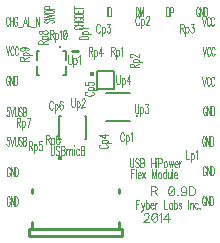
<source format=gto>
G04 DipTrace 2.4.0.2*
%INUSBHiPower.gto*%
%MOIN*%
%ADD10C,0.0098*%
%ADD13C,0.006*%
%ADD30O,0.0114X0.012*%
%ADD34O,0.0102X0.0108*%
%ADD41C,0.0125*%
%ADD47O,0.0144X0.0163*%
%ADD49C,0.0157*%
%ADD77C,0.0046*%
%ADD78C,0.0033*%
%FSLAX44Y44*%
G04*
G70*
G90*
G75*
G01*
%LNTopSilk*%
%LPD*%
X6217Y9768D2*
D10*
X6413D1*
X5036Y9284D2*
D13*
Y8989D1*
Y9481D2*
Y9776D1*
X6020Y9481D2*
Y9776D1*
Y8989D2*
Y9284D1*
D30*
X5823Y9925D3*
X5036Y8989D2*
D13*
X5134D1*
X5922D2*
X6020D1*
Y9776D2*
X5922D1*
X5036D2*
X5134D1*
X5850Y6847D2*
X5791D1*
Y7634D1*
X5850D1*
X6696D2*
X6637D1*
X6696D2*
Y6847D1*
X6637D1*
D34*
X6560Y7874D3*
X7354Y7465D2*
D13*
X8141D1*
X7354Y8371D2*
X8141D1*
D41*
X8372Y7606D3*
X7607Y9130D2*
D13*
X7054D1*
Y8526D1*
X7607D1*
Y9130D1*
D47*
X6889Y9026D3*
X4786Y3863D2*
D10*
X7881D1*
X7790Y5056D2*
Y5170D1*
X4877Y5056D2*
Y5170D1*
Y3863D2*
Y4088D1*
X7790Y3863D2*
Y4088D1*
D49*
X5822Y6225D3*
X4786Y3627D2*
D10*
X7881D1*
X4786Y3863D2*
Y3627D1*
X7881Y3863D2*
Y3627D1*
X7954Y7000D2*
D77*
X7945Y7028D1*
X7928Y7057D1*
X7911Y7071D1*
X7876D1*
X7859Y7057D1*
X7842Y7028D1*
X7833Y7000D1*
X7825Y6957D1*
Y6885D1*
X7833Y6842D1*
X7842Y6813D1*
X7859Y6785D1*
X7876Y6770D1*
X7911D1*
X7928Y6785D1*
X7945Y6813D1*
X7954Y6842D1*
X8009Y6971D2*
Y6669D1*
Y6928D2*
X8027Y6956D1*
X8044Y6971D1*
X8070D1*
X8087Y6956D1*
X8104Y6928D1*
X8113Y6885D1*
Y6856D1*
X8104Y6813D1*
X8087Y6784D1*
X8070Y6770D1*
X8044D1*
X8027Y6784D1*
X8009Y6813D1*
X8168Y7014D2*
X8186Y7028D1*
X8211Y7071D1*
Y6770D1*
X8461Y10882D2*
X8452Y10910D1*
X8435Y10939D1*
X8418Y10953D1*
X8383D1*
X8366Y10939D1*
X8349Y10910D1*
X8340Y10882D1*
X8331Y10839D1*
Y10767D1*
X8340Y10724D1*
X8349Y10695D1*
X8366Y10667D1*
X8383Y10652D1*
X8418D1*
X8435Y10667D1*
X8452Y10695D1*
X8461Y10724D1*
X8516Y10853D2*
Y10551D1*
Y10810D2*
X8533Y10838D1*
X8551Y10853D1*
X8576D1*
X8594Y10838D1*
X8611Y10810D1*
X8620Y10767D1*
Y10738D1*
X8611Y10695D1*
X8594Y10666D1*
X8576Y10652D1*
X8551D1*
X8533Y10666D1*
X8516Y10695D1*
X8684Y10881D2*
Y10896D1*
X8693Y10925D1*
X8701Y10939D1*
X8718Y10953D1*
X8753D1*
X8770Y10939D1*
X8778Y10925D1*
X8787Y10896D1*
Y10867D1*
X8778Y10838D1*
X8761Y10796D1*
X8675Y10652D1*
X8796D1*
X7154Y10620D2*
X7145Y10649D1*
X7128Y10678D1*
X7111Y10692D1*
X7076D1*
X7059Y10678D1*
X7042Y10649D1*
X7033Y10620D1*
X7025Y10577D1*
Y10505D1*
X7033Y10463D1*
X7042Y10434D1*
X7059Y10405D1*
X7076Y10391D1*
X7111D1*
X7128Y10405D1*
X7145Y10434D1*
X7154Y10463D1*
X7209Y10592D2*
Y10290D1*
Y10548D2*
X7227Y10577D1*
X7244Y10592D1*
X7270D1*
X7287Y10577D1*
X7304Y10548D1*
X7313Y10505D1*
Y10477D1*
X7304Y10434D1*
X7287Y10405D1*
X7270Y10391D1*
X7244D1*
X7227Y10405D1*
X7209Y10434D1*
X7386Y10692D2*
X7480D1*
X7429Y10577D1*
X7454D1*
X7472Y10563D1*
X7480Y10548D1*
X7489Y10505D1*
Y10477D1*
X7480Y10434D1*
X7463Y10405D1*
X7437Y10391D1*
X7411D1*
X7386Y10405D1*
X7377Y10419D1*
X7368Y10448D1*
X7181Y6673D2*
X7152Y6665D1*
X7123Y6647D1*
X7109Y6630D1*
Y6596D1*
X7123Y6579D1*
X7152Y6561D1*
X7181Y6553D1*
X7224Y6544D1*
X7296D1*
X7339Y6553D1*
X7368Y6561D1*
X7396Y6579D1*
X7411Y6596D1*
Y6630D1*
X7396Y6647D1*
X7368Y6665D1*
X7339Y6673D1*
X7210Y6729D2*
X7511D1*
X7253D2*
X7224Y6746D1*
X7210Y6763D1*
Y6789D1*
X7224Y6806D1*
X7253Y6824D1*
X7296Y6832D1*
X7325D1*
X7368Y6824D1*
X7396Y6806D1*
X7411Y6789D1*
Y6763D1*
X7396Y6746D1*
X7368Y6729D1*
X7411Y6974D2*
X7110D1*
X7310Y6888D1*
Y7017D1*
X6717Y8429D2*
X6689Y8420D1*
X6660Y8403D1*
X6645Y8386D1*
Y8351D1*
X6660Y8334D1*
X6689Y8317D1*
X6717Y8308D1*
X6760Y8300D1*
X6832D1*
X6875Y8308D1*
X6904Y8317D1*
X6932Y8334D1*
X6947Y8351D1*
Y8386D1*
X6932Y8403D1*
X6904Y8420D1*
X6875Y8429D1*
X6746Y8484D2*
X7047D1*
X6789D2*
X6761Y8502D1*
X6746Y8519D1*
Y8545D1*
X6761Y8562D1*
X6789Y8579D1*
X6832Y8588D1*
X6861D1*
X6904Y8579D1*
X6933Y8562D1*
X6947Y8545D1*
Y8519D1*
X6933Y8502D1*
X6904Y8484D1*
X6646Y8747D2*
Y8661D1*
X6775Y8652D1*
X6761Y8661D1*
X6746Y8687D1*
Y8712D1*
X6761Y8738D1*
X6789Y8755D1*
X6832Y8764D1*
X6861D1*
X6904Y8755D1*
X6933Y8738D1*
X6947Y8712D1*
Y8687D1*
X6933Y8661D1*
X6918Y8652D1*
X6890Y8643D1*
X5583Y8055D2*
X5574Y8084D1*
X5557Y8113D1*
X5540Y8127D1*
X5506D1*
X5488Y8113D1*
X5471Y8084D1*
X5462Y8055D1*
X5454Y8012D1*
Y7940D1*
X5462Y7897D1*
X5471Y7869D1*
X5488Y7840D1*
X5506Y7825D1*
X5540D1*
X5557Y7840D1*
X5574Y7869D1*
X5583Y7897D1*
X5638Y8026D2*
Y7725D1*
Y7983D2*
X5656Y8012D1*
X5673Y8026D1*
X5699D1*
X5716Y8012D1*
X5733Y7983D1*
X5742Y7940D1*
Y7911D1*
X5733Y7869D1*
X5716Y7840D1*
X5699Y7825D1*
X5673D1*
X5656Y7840D1*
X5638Y7869D1*
X5901Y8084D2*
X5892Y8112D1*
X5866Y8127D1*
X5849D1*
X5823Y8112D1*
X5806Y8069D1*
X5798Y7998D1*
Y7926D1*
X5806Y7869D1*
X5823Y7840D1*
X5849Y7825D1*
X5858D1*
X5884Y7840D1*
X5901Y7869D1*
X5909Y7912D1*
Y7926D1*
X5901Y7969D1*
X5884Y7998D1*
X5858Y8012D1*
X5849D1*
X5823Y7998D1*
X5806Y7969D1*
X5798Y7926D1*
X6460Y10179D2*
X6762D1*
Y10240D1*
X6747Y10265D1*
X6719Y10283D1*
X6690Y10291D1*
X6647Y10300D1*
X6575D1*
X6532Y10291D1*
X6504Y10283D1*
X6475Y10265D1*
X6460Y10240D1*
Y10179D1*
X6561Y10355D2*
X6862D1*
X6604D2*
X6575Y10373D1*
X6561Y10390D1*
Y10416D1*
X6575Y10433D1*
X6604Y10450D1*
X6647Y10459D1*
X6676D1*
X6719Y10450D1*
X6748Y10433D1*
X6762Y10416D1*
Y10390D1*
X6748Y10373D1*
X6719Y10355D1*
X6518Y10514D2*
X6504Y10532D1*
X6461Y10558D1*
X6762D1*
X10030Y6472D2*
Y6171D1*
X10133D1*
X10188Y6372D2*
Y6070D1*
Y6329D2*
X10206Y6357D1*
X10223Y6372D1*
X10249D1*
X10266Y6357D1*
X10283Y6329D1*
X10292Y6285D1*
Y6257D1*
X10283Y6214D1*
X10266Y6185D1*
X10249Y6171D1*
X10223D1*
X10206Y6185D1*
X10188Y6214D1*
X10347Y6414D2*
X10365Y6429D1*
X10391Y6472D1*
Y6171D1*
X7519Y9788D2*
X7597D1*
X7623Y9802D1*
X7631Y9816D1*
X7640Y9845D1*
Y9874D1*
X7631Y9902D1*
X7623Y9917D1*
X7597Y9931D1*
X7519D1*
Y9630D1*
X7580Y9788D2*
X7640Y9630D1*
X7695Y9831D2*
Y9529D1*
Y9788D2*
X7713Y9816D1*
X7730Y9831D1*
X7756D1*
X7773Y9816D1*
X7790Y9788D1*
X7799Y9745D1*
Y9716D1*
X7790Y9673D1*
X7773Y9644D1*
X7756Y9630D1*
X7730D1*
X7713Y9644D1*
X7695Y9673D1*
X7854Y9874D2*
X7872Y9888D1*
X7898Y9931D1*
Y9630D1*
X8282Y9238D2*
Y9316D1*
X8267Y9341D1*
X8253Y9350D1*
X8224Y9359D1*
X8196D1*
X8167Y9350D1*
X8153Y9341D1*
X8138Y9316D1*
Y9238D1*
X8440D1*
X8282Y9298D2*
X8440Y9359D1*
X8239Y9414D2*
X8540D1*
X8282D2*
X8253Y9432D1*
X8239Y9449D1*
Y9475D1*
X8253Y9492D1*
X8282Y9509D1*
X8325Y9518D1*
X8354D1*
X8397Y9509D1*
X8425Y9492D1*
X8440Y9475D1*
Y9449D1*
X8425Y9432D1*
X8397Y9414D1*
X8210Y9582D2*
X8196D1*
X8167Y9591D1*
X8153Y9599D1*
X8139Y9617D1*
Y9651D1*
X8153Y9668D1*
X8167Y9677D1*
X8196Y9685D1*
X8224D1*
X8253Y9677D1*
X8296Y9660D1*
X8440Y9573D1*
Y9694D1*
X9824Y10553D2*
X9902D1*
X9927Y10567D1*
X9936Y10582D1*
X9945Y10610D1*
Y10639D1*
X9936Y10667D1*
X9927Y10682D1*
X9902Y10696D1*
X9824D1*
Y10395D1*
X9885Y10553D2*
X9945Y10395D1*
X10000Y10596D2*
Y10294D1*
Y10553D2*
X10018Y10581D1*
X10035Y10596D1*
X10061D1*
X10078Y10581D1*
X10095Y10553D1*
X10104Y10510D1*
Y10481D1*
X10095Y10438D1*
X10078Y10409D1*
X10061Y10395D1*
X10035D1*
X10018Y10409D1*
X10000Y10438D1*
X10177Y10696D2*
X10271D1*
X10220Y10581D1*
X10246D1*
X10263Y10567D1*
X10271Y10553D1*
X10280Y10510D1*
Y10481D1*
X10271Y10438D1*
X10254Y10409D1*
X10228Y10395D1*
X10202D1*
X10177Y10409D1*
X10168Y10424D1*
X10159Y10452D1*
X6774Y9775D2*
X6852D1*
X6878Y9789D1*
X6886Y9804D1*
X6895Y9832D1*
Y9861D1*
X6886Y9889D1*
X6878Y9904D1*
X6852Y9918D1*
X6774D1*
Y9617D1*
X6835Y9775D2*
X6895Y9617D1*
X6951Y9818D2*
Y9516D1*
Y9775D2*
X6968Y9803D1*
X6985Y9818D1*
X7011D1*
X7028Y9803D1*
X7045Y9775D1*
X7054Y9732D1*
Y9703D1*
X7045Y9660D1*
X7028Y9631D1*
X7011Y9617D1*
X6985D1*
X6968Y9631D1*
X6951Y9660D1*
X7196Y9617D2*
Y9918D1*
X7110Y9717D1*
X7239D1*
X4778Y6633D2*
X4855D1*
X4881Y6648D1*
X4890Y6662D1*
X4898Y6690D1*
Y6719D1*
X4890Y6748D1*
X4881Y6762D1*
X4855Y6777D1*
X4778D1*
Y6475D1*
X4838Y6633D2*
X4898Y6475D1*
X4954Y6676D2*
Y6375D1*
Y6633D2*
X4971Y6661D1*
X4988Y6676D1*
X5014D1*
X5032Y6661D1*
X5049Y6633D1*
X5057Y6590D1*
Y6561D1*
X5049Y6518D1*
X5032Y6489D1*
X5014Y6475D1*
X4988D1*
X4971Y6489D1*
X4954Y6518D1*
X5216Y6776D2*
X5130D1*
X5122Y6647D1*
X5130Y6661D1*
X5156Y6676D1*
X5182D1*
X5208Y6661D1*
X5225Y6633D1*
X5234Y6590D1*
Y6561D1*
X5225Y6518D1*
X5208Y6489D1*
X5182Y6475D1*
X5156D1*
X5130Y6489D1*
X5122Y6504D1*
X5113Y6532D1*
X5355Y6841D2*
X5432D1*
X5458Y6855D1*
X5467Y6870D1*
X5475Y6898D1*
Y6927D1*
X5467Y6955D1*
X5458Y6970D1*
X5432Y6984D1*
X5355D1*
Y6683D1*
X5415Y6841D2*
X5475Y6683D1*
X5531Y6884D2*
Y6582D1*
Y6841D2*
X5548Y6869D1*
X5565Y6884D1*
X5591D1*
X5609Y6869D1*
X5626Y6841D1*
X5634Y6798D1*
Y6769D1*
X5626Y6726D1*
X5609Y6697D1*
X5591Y6683D1*
X5565D1*
X5548Y6697D1*
X5531Y6726D1*
X5793Y6941D2*
X5785Y6970D1*
X5759Y6984D1*
X5742D1*
X5716Y6970D1*
X5699Y6927D1*
X5690Y6855D1*
Y6783D1*
X5699Y6726D1*
X5716Y6697D1*
X5742Y6683D1*
X5750D1*
X5776Y6697D1*
X5793Y6726D1*
X5802Y6769D1*
Y6783D1*
X5793Y6826D1*
X5776Y6855D1*
X5750Y6869D1*
X5742D1*
X5716Y6855D1*
X5699Y6826D1*
X5690Y6783D1*
X4373Y7419D2*
X4451D1*
X4476Y7433D1*
X4485Y7447D1*
X4494Y7476D1*
Y7505D1*
X4485Y7533D1*
X4476Y7548D1*
X4451Y7562D1*
X4373D1*
Y7261D1*
X4433Y7419D2*
X4494Y7261D1*
X4549Y7462D2*
Y7160D1*
Y7419D2*
X4567Y7447D1*
X4584Y7462D1*
X4610D1*
X4627Y7447D1*
X4644Y7419D1*
X4653Y7375D1*
Y7347D1*
X4644Y7304D1*
X4627Y7275D1*
X4610Y7261D1*
X4584D1*
X4567Y7275D1*
X4549Y7304D1*
X4743Y7261D2*
X4829Y7562D1*
X4708D1*
X5244Y10017D2*
Y10095D1*
X5229Y10120D1*
X5215Y10129D1*
X5187Y10138D1*
X5158D1*
X5129Y10129D1*
X5115Y10120D1*
X5100Y10095D1*
Y10017D1*
X5402D1*
X5244Y10078D2*
X5402Y10138D1*
X5201Y10193D2*
X5502D1*
X5244D2*
X5215Y10211D1*
X5201Y10228D1*
Y10254D1*
X5215Y10271D1*
X5244Y10288D1*
X5287Y10297D1*
X5316D1*
X5359Y10288D1*
X5388Y10271D1*
X5402Y10254D1*
Y10228D1*
X5388Y10211D1*
X5359Y10193D1*
X5101Y10395D2*
X5115Y10370D1*
X5143Y10361D1*
X5172D1*
X5201Y10370D1*
X5215Y10387D1*
X5230Y10421D1*
X5244Y10447D1*
X5273Y10464D1*
X5301Y10473D1*
X5344D1*
X5373Y10464D1*
X5388Y10456D1*
X5402Y10430D1*
Y10395D1*
X5388Y10370D1*
X5373Y10361D1*
X5344Y10352D1*
X5301D1*
X5273Y10361D1*
X5244Y10378D1*
X5230Y10404D1*
X5215Y10438D1*
X5201Y10456D1*
X5172Y10464D1*
X5143D1*
X5115Y10456D1*
X5101Y10430D1*
Y10395D1*
X4612Y9461D2*
Y9538D1*
X4597Y9564D1*
X4583Y9573D1*
X4554Y9581D1*
X4525D1*
X4497Y9573D1*
X4482Y9564D1*
X4468Y9538D1*
Y9461D1*
X4770D1*
X4612Y9521D2*
X4770Y9581D1*
X4569Y9637D2*
X4870D1*
X4612D2*
X4583Y9654D1*
X4569Y9671D1*
Y9697D1*
X4583Y9714D1*
X4612Y9731D1*
X4655Y9740D1*
X4684D1*
X4726Y9731D1*
X4755Y9714D1*
X4770Y9697D1*
Y9671D1*
X4755Y9654D1*
X4726Y9637D1*
X4569Y9908D2*
X4612Y9899D1*
X4641Y9882D1*
X4655Y9856D1*
Y9848D1*
X4641Y9822D1*
X4612Y9805D1*
X4569Y9796D1*
X4554D1*
X4511Y9805D1*
X4483Y9822D1*
X4468Y9848D1*
Y9856D1*
X4483Y9882D1*
X4511Y9899D1*
X4569Y9908D1*
X4641D1*
X4712Y9899D1*
X4755Y9882D1*
X4770Y9856D1*
Y9839D1*
X4755Y9813D1*
X4726Y9805D1*
X5480Y10341D2*
X5558D1*
X5584Y10356D1*
X5592Y10370D1*
X5601Y10398D1*
Y10427D1*
X5592Y10456D1*
X5584Y10470D1*
X5558Y10485D1*
X5480D1*
Y10183D1*
X5541Y10341D2*
X5601Y10183D1*
X5656Y10384D2*
Y10083D1*
Y10341D2*
X5674Y10369D1*
X5691Y10384D1*
X5717D1*
X5734Y10369D1*
X5751Y10341D1*
X5760Y10298D1*
Y10269D1*
X5751Y10226D1*
X5734Y10197D1*
X5717Y10183D1*
X5691D1*
X5674Y10197D1*
X5656Y10226D1*
X5816Y10427D2*
X5833Y10441D1*
X5859Y10484D1*
Y10183D1*
X5966Y10484D2*
X5940Y10470D1*
X5923Y10427D1*
X5914Y10355D1*
Y10312D1*
X5923Y10240D1*
X5940Y10197D1*
X5966Y10183D1*
X5983D1*
X6009Y10197D1*
X6026Y10240D1*
X6035Y10312D1*
Y10355D1*
X6026Y10427D1*
X6009Y10470D1*
X5983Y10484D1*
X5966D1*
X6026Y10427D2*
X5923Y10240D1*
X6090Y9650D2*
Y9435D1*
X6099Y9392D1*
X6116Y9363D1*
X6142Y9348D1*
X6159D1*
X6185Y9363D1*
X6202Y9392D1*
X6211Y9435D1*
Y9650D1*
X6266Y9549D2*
Y9248D1*
Y9506D2*
X6284Y9535D1*
X6301Y9549D1*
X6327D1*
X6344Y9535D1*
X6361Y9506D1*
X6370Y9463D1*
Y9434D1*
X6361Y9392D1*
X6344Y9363D1*
X6327Y9348D1*
X6301D1*
X6284Y9363D1*
X6266Y9392D1*
X6425Y9592D2*
X6443Y9607D1*
X6469Y9650D1*
Y9348D1*
X6192Y8211D2*
Y7995D1*
X6201Y7952D1*
X6218Y7924D1*
X6244Y7909D1*
X6261D1*
X6287Y7924D1*
X6305Y7952D1*
X6313Y7995D1*
Y8211D1*
X6369Y8110D2*
Y7809D1*
Y8067D2*
X6386Y8095D1*
X6403Y8110D1*
X6429D1*
X6446Y8095D1*
X6463Y8067D1*
X6472Y8024D1*
Y7995D1*
X6463Y7952D1*
X6446Y7923D1*
X6429Y7909D1*
X6403D1*
X6386Y7923D1*
X6369Y7952D1*
X6536Y8139D2*
Y8153D1*
X6545Y8182D1*
X6554Y8196D1*
X6571Y8210D1*
X6605D1*
X6622Y8196D1*
X6631Y8182D1*
X6640Y8153D1*
Y8124D1*
X6631Y8095D1*
X6614Y8053D1*
X6528Y7909D1*
X6648D1*
X8310Y8020D2*
Y7805D1*
X8319Y7761D1*
X8336Y7733D1*
X8362Y7718D1*
X8379D1*
X8405Y7733D1*
X8422Y7761D1*
X8431Y7805D1*
Y8020D1*
X8486Y7919D2*
Y7618D1*
Y7876D2*
X8504Y7905D1*
X8521Y7919D1*
X8547D1*
X8564Y7905D1*
X8581Y7876D1*
X8590Y7833D1*
Y7804D1*
X8581Y7761D1*
X8564Y7733D1*
X8547Y7718D1*
X8521D1*
X8504Y7733D1*
X8486Y7761D1*
X8663Y8019D2*
X8757D1*
X8706Y7905D1*
X8731D1*
X8749Y7890D1*
X8757Y7876D1*
X8766Y7833D1*
Y7805D1*
X8757Y7761D1*
X8740Y7733D1*
X8714Y7718D1*
X8688D1*
X8663Y7733D1*
X8654Y7747D1*
X8645Y7776D1*
X7700Y8977D2*
Y8762D1*
X7708Y8719D1*
X7725Y8690D1*
X7751Y8675D1*
X7768D1*
X7794Y8690D1*
X7812Y8719D1*
X7820Y8762D1*
Y8977D1*
X7876Y8876D2*
Y8575D1*
Y8833D2*
X7893Y8862D1*
X7910Y8876D1*
X7936D1*
X7953Y8862D1*
X7970Y8833D1*
X7979Y8790D1*
Y8761D1*
X7970Y8719D1*
X7953Y8690D1*
X7936Y8675D1*
X7910D1*
X7893Y8690D1*
X7876Y8719D1*
X8121Y8675D2*
Y8977D1*
X8035Y8776D1*
X8164D1*
X5503Y6621D2*
Y6406D1*
X5512Y6363D1*
X5529Y6334D1*
X5555Y6320D1*
X5572D1*
X5598Y6334D1*
X5615Y6363D1*
X5624Y6406D1*
Y6621D1*
X5800Y6578D2*
X5783Y6607D1*
X5757Y6621D1*
X5722D1*
X5697Y6607D1*
X5679Y6578D1*
Y6550D1*
X5688Y6521D1*
X5697Y6506D1*
X5714Y6492D1*
X5765Y6463D1*
X5783Y6449D1*
X5791Y6434D1*
X5800Y6406D1*
Y6363D1*
X5783Y6334D1*
X5757Y6320D1*
X5722D1*
X5697Y6334D1*
X5679Y6363D1*
X5855Y6621D2*
Y6320D1*
X5933D1*
X5959Y6334D1*
X5967Y6349D1*
X5976Y6377D1*
Y6420D1*
X5967Y6449D1*
X5959Y6463D1*
X5933Y6478D1*
X5959Y6492D1*
X5967Y6506D1*
X5976Y6535D1*
Y6564D1*
X5967Y6592D1*
X5959Y6607D1*
X5933Y6621D1*
X5855D1*
Y6478D2*
X5933D1*
X6032Y6521D2*
Y6320D1*
Y6463D2*
X6057Y6506D1*
X6075Y6521D1*
X6100D1*
X6118Y6506D1*
X6126Y6463D1*
Y6320D1*
Y6463D2*
X6152Y6506D1*
X6169Y6521D1*
X6195D1*
X6212Y6506D1*
X6221Y6463D1*
Y6320D1*
X6277Y6621D2*
X6285Y6607D1*
X6294Y6621D1*
X6285Y6636D1*
X6277Y6621D1*
X6285Y6521D2*
Y6320D1*
X6453Y6478D2*
X6436Y6506D1*
X6419Y6521D1*
X6393D1*
X6376Y6506D1*
X6358Y6478D1*
X6350Y6434D1*
Y6406D1*
X6358Y6363D1*
X6376Y6334D1*
X6393Y6320D1*
X6419D1*
X6436Y6334D1*
X6453Y6363D1*
X6509Y6621D2*
Y6320D1*
X6586D1*
X6612Y6334D1*
X6621Y6349D1*
X6629Y6377D1*
Y6420D1*
X6621Y6449D1*
X6612Y6463D1*
X6586Y6478D1*
X6612Y6492D1*
X6621Y6506D1*
X6629Y6535D1*
Y6564D1*
X6621Y6592D1*
X6612Y6607D1*
X6586Y6621D1*
X6509D1*
Y6478D2*
X6586D1*
X10664Y6864D2*
D78*
X10657Y6892D1*
X10643Y6921D1*
X10629Y6935D1*
X10600D1*
X10585Y6921D1*
X10571Y6892D1*
X10564Y6864D1*
X10557Y6820D1*
Y6748D1*
X10564Y6706D1*
X10571Y6677D1*
X10585Y6648D1*
X10600Y6634D1*
X10629D1*
X10643Y6648D1*
X10657Y6677D1*
X10664Y6706D1*
Y6748D1*
X10629D1*
X10798Y6935D2*
Y6634D1*
X10697Y6935D1*
Y6634D1*
X10830Y6935D2*
Y6634D1*
X10881D1*
X10902Y6648D1*
X10917Y6677D1*
X10924Y6706D1*
X10931Y6748D1*
Y6820D1*
X10924Y6864D1*
X10917Y6892D1*
X10902Y6921D1*
X10881Y6935D1*
X10830D1*
X10462Y11176D2*
X10454Y11204D1*
X10440Y11233D1*
X10426Y11247D1*
X10397D1*
X10383Y11233D1*
X10368Y11204D1*
X10361Y11176D1*
X10354Y11133D1*
Y11061D1*
X10361Y11018D1*
X10368Y10989D1*
X10383Y10961D1*
X10397Y10946D1*
X10426D1*
X10440Y10961D1*
X10454Y10989D1*
X10462Y11018D1*
Y11061D1*
X10426D1*
X10595Y11247D2*
Y10946D1*
X10494Y11247D1*
Y10946D1*
X10628Y11247D2*
Y10946D1*
X10678D1*
X10699Y10961D1*
X10714Y10989D1*
X10721Y11018D1*
X10728Y11061D1*
Y11133D1*
X10721Y11176D1*
X10714Y11204D1*
X10699Y11233D1*
X10678Y11247D1*
X10628D1*
X4115Y7909D2*
X4043D1*
X4036Y7780D1*
X4043Y7794D1*
X4065Y7808D1*
X4086D1*
X4108Y7794D1*
X4122Y7765D1*
X4129Y7722D1*
Y7694D1*
X4122Y7651D1*
X4108Y7622D1*
X4086Y7607D1*
X4065D1*
X4043Y7622D1*
X4036Y7636D1*
X4029Y7665D1*
X4162Y7909D2*
X4220Y7607D1*
X4277Y7909D1*
X4310D2*
Y7694D1*
X4317Y7651D1*
X4331Y7622D1*
X4353Y7607D1*
X4367D1*
X4389Y7622D1*
X4403Y7651D1*
X4410Y7694D1*
Y7909D1*
X4543Y7866D2*
X4529Y7895D1*
X4508Y7909D1*
X4479D1*
X4457Y7895D1*
X4443Y7866D1*
Y7837D1*
X4450Y7808D1*
X4457Y7794D1*
X4472Y7780D1*
X4515Y7751D1*
X4529Y7737D1*
X4536Y7722D1*
X4543Y7694D1*
Y7651D1*
X4529Y7622D1*
X4508Y7607D1*
X4479D1*
X4457Y7622D1*
X4443Y7651D1*
X4576Y7909D2*
Y7607D1*
X4641D1*
X4663Y7622D1*
X4670Y7636D1*
X4677Y7665D1*
Y7708D1*
X4670Y7737D1*
X4663Y7751D1*
X4641Y7765D1*
X4663Y7780D1*
X4670Y7794D1*
X4677Y7823D1*
Y7851D1*
X4670Y7880D1*
X4663Y7895D1*
X4641Y7909D1*
X4576D1*
Y7765D2*
X4641D1*
X4144Y5843D2*
X4137Y5871D1*
X4123Y5900D1*
X4108Y5914D1*
X4080D1*
X4065Y5900D1*
X4051Y5871D1*
X4044Y5843D1*
X4037Y5800D1*
Y5728D1*
X4044Y5685D1*
X4051Y5656D1*
X4065Y5628D1*
X4080Y5613D1*
X4108D1*
X4123Y5628D1*
X4137Y5656D1*
X4144Y5685D1*
Y5728D1*
X4108D1*
X4277Y5914D2*
Y5613D1*
X4177Y5914D1*
Y5613D1*
X4310Y5914D2*
Y5613D1*
X4361D1*
X4382Y5628D1*
X4396Y5656D1*
X4404Y5685D1*
X4411Y5728D1*
Y5800D1*
X4404Y5843D1*
X4396Y5871D1*
X4382Y5900D1*
X4361Y5914D1*
X4310D1*
X6357Y10615D2*
X6329Y10608D1*
X6300Y10593D1*
X6285Y10579D1*
Y10550D1*
X6300Y10536D1*
X6329Y10522D1*
X6357Y10514D1*
X6400Y10507D1*
X6472D1*
X6515Y10514D1*
X6544Y10522D1*
X6572Y10536D1*
X6587Y10550D1*
Y10579D1*
X6572Y10593D1*
X6544Y10608D1*
X6515Y10615D1*
X6285Y10648D2*
X6587D1*
X6285Y10748D2*
X6587D1*
X6429Y10648D2*
Y10748D1*
X6357Y10889D2*
X6329Y10881D1*
X6300Y10867D1*
X6285Y10853D1*
Y10824D1*
X6300Y10810D1*
X6329Y10795D1*
X6357Y10788D1*
X6400Y10781D1*
X6472D1*
X6515Y10788D1*
X6544Y10795D1*
X6572Y10810D1*
X6587Y10824D1*
Y10853D1*
X6572Y10867D1*
X6544Y10881D1*
X6515Y10889D1*
X6472D1*
Y10853D1*
X6285Y10921D2*
X6587D1*
Y10972D1*
X6572Y10993D1*
X6544Y11008D1*
X6515Y11015D1*
X6472Y11022D1*
X6400D1*
X6357Y11015D1*
X6329Y11008D1*
X6300Y10993D1*
X6285Y10972D1*
Y10921D1*
Y11148D2*
Y11055D1*
X6587D1*
Y11148D1*
X6429Y11055D2*
Y11112D1*
X6285Y11231D2*
X6587D1*
X6285Y11181D2*
Y11281D1*
X4117Y10856D2*
X4110Y10885D1*
X4095Y10914D1*
X4081Y10928D1*
X4052D1*
X4038Y10914D1*
X4024Y10885D1*
X4016Y10856D1*
X4009Y10813D1*
Y10741D1*
X4016Y10698D1*
X4024Y10670D1*
X4038Y10641D1*
X4052Y10626D1*
X4081D1*
X4095Y10641D1*
X4110Y10670D1*
X4117Y10698D1*
X4150Y10928D2*
Y10626D1*
X4250Y10928D2*
Y10626D1*
X4150Y10784D2*
X4250D1*
X4390Y10856D2*
X4383Y10885D1*
X4369Y10914D1*
X4355Y10928D1*
X4326D1*
X4312Y10914D1*
X4297Y10885D1*
X4290Y10856D1*
X4283Y10813D1*
Y10741D1*
X4290Y10698D1*
X4297Y10670D1*
X4312Y10641D1*
X4326Y10626D1*
X4355D1*
X4369Y10641D1*
X4383Y10670D1*
X4390Y10698D1*
Y10741D1*
X4355D1*
X4423Y10577D2*
X4560D1*
X4707Y10626D2*
X4650Y10928D1*
X4592Y10626D1*
X4614Y10727D2*
X4686D1*
X4740Y10928D2*
Y10626D1*
X4826D1*
X4859Y10577D2*
X4995D1*
X5129Y10928D2*
Y10626D1*
X5028Y10928D1*
Y10626D1*
X5343Y10828D2*
X5314Y10814D1*
X5300Y10792D1*
Y10764D1*
X5314Y10742D1*
X5343Y10728D1*
X5371D1*
X5400Y10735D1*
X5414Y10742D1*
X5429Y10756D1*
X5457Y10800D1*
X5472Y10814D1*
X5486Y10821D1*
X5515Y10828D1*
X5558D1*
X5586Y10814D1*
X5601Y10792D1*
Y10764D1*
X5586Y10742D1*
X5558Y10728D1*
X5300Y10861D2*
X5601Y10897D1*
X5300Y10933D1*
X5601Y10969D1*
X5300Y11005D1*
Y11081D2*
X5314Y11066D1*
X5343Y11052D1*
X5371Y11045D1*
X5414Y11037D1*
X5486D1*
X5529Y11045D1*
X5558Y11052D1*
X5586Y11066D1*
X5601Y11081D1*
Y11109D1*
X5586Y11123D1*
X5558Y11138D1*
X5529Y11145D1*
X5486Y11152D1*
X5414D1*
X5371Y11145D1*
X5343Y11138D1*
X5314Y11123D1*
X5300Y11109D1*
Y11081D1*
X5457Y11185D2*
Y11250D1*
X5443Y11271D1*
X5429Y11278D1*
X5400Y11285D1*
X5357D1*
X5328Y11278D1*
X5314Y11271D1*
X5300Y11250D1*
Y11185D1*
X5601D1*
X7399Y11237D2*
Y10936D1*
X7432Y11237D2*
Y10936D1*
X7482D1*
X7504Y10951D1*
X7518Y10979D1*
X7525Y11008D1*
X7532Y11051D1*
Y11123D1*
X7525Y11166D1*
X7518Y11194D1*
X7504Y11223D1*
X7482Y11237D1*
X7432D1*
X8337Y11240D2*
Y10938D1*
X8388D1*
X8409Y10953D1*
X8424Y10982D1*
X8431Y11010D1*
X8438Y11053D1*
Y11125D1*
X8431Y11168D1*
X8424Y11197D1*
X8409Y11226D1*
X8388Y11240D1*
X8337D1*
X8585Y10938D2*
Y11240D1*
X8528Y10938D1*
X8471Y11240D1*
Y10938D1*
X9366Y11241D2*
Y10940D1*
X9416D1*
X9438Y10954D1*
X9452Y10983D1*
X9459Y11012D1*
X9466Y11054D1*
Y11126D1*
X9459Y11169D1*
X9452Y11198D1*
X9438Y11227D1*
X9416Y11241D1*
X9366D1*
X9499Y11083D2*
X9564D1*
X9585Y11098D1*
X9592Y11112D1*
X9600Y11141D1*
Y11184D1*
X9592Y11212D1*
X9585Y11227D1*
X9564Y11241D1*
X9499D1*
Y10940D1*
X8294Y5846D2*
D77*
X8182D1*
Y5545D1*
Y5703D2*
X8251D1*
X8350Y5846D2*
Y5545D1*
X8405Y5660D2*
X8509D1*
Y5688D1*
X8500Y5717D1*
X8492Y5732D1*
X8474Y5746D1*
X8448D1*
X8431Y5732D1*
X8414Y5703D1*
X8405Y5660D1*
Y5631D1*
X8414Y5588D1*
X8431Y5559D1*
X8448Y5545D1*
X8474D1*
X8492Y5559D1*
X8509Y5588D1*
X8564Y5746D2*
X8659Y5545D1*
Y5746D2*
X8564Y5545D1*
X9027D2*
Y5846D1*
X8958Y5545D1*
X8890Y5846D1*
Y5545D1*
X9126Y5746D2*
X9109Y5732D1*
X9091Y5703D1*
X9083Y5660D1*
Y5631D1*
X9091Y5588D1*
X9109Y5559D1*
X9126Y5545D1*
X9152D1*
X9169Y5559D1*
X9186Y5588D1*
X9195Y5631D1*
Y5660D1*
X9186Y5703D1*
X9169Y5732D1*
X9152Y5746D1*
X9126D1*
X9354Y5846D2*
Y5545D1*
Y5703D2*
X9337Y5732D1*
X9319Y5746D1*
X9293D1*
X9276Y5732D1*
X9259Y5703D1*
X9250Y5660D1*
Y5631D1*
X9259Y5588D1*
X9276Y5559D1*
X9293Y5545D1*
X9319D1*
X9337Y5559D1*
X9354Y5588D1*
X9409Y5746D2*
Y5602D1*
X9418Y5559D1*
X9435Y5545D1*
X9461D1*
X9478Y5559D1*
X9504Y5602D1*
Y5746D2*
Y5545D1*
X9560Y5846D2*
Y5545D1*
X9615Y5660D2*
X9718D1*
Y5688D1*
X9710Y5717D1*
X9701Y5732D1*
X9684Y5746D1*
X9658D1*
X9641Y5732D1*
X9624Y5703D1*
X9615Y5660D1*
Y5631D1*
X9624Y5588D1*
X9641Y5559D1*
X9658Y5545D1*
X9684D1*
X9701Y5559D1*
X9718Y5588D1*
X8838Y5126D2*
X8967D1*
X9010Y5141D1*
X9025Y5155D1*
X9039Y5183D1*
Y5212D1*
X9025Y5241D1*
X9010Y5255D1*
X8967Y5270D1*
X8838D1*
Y4968D1*
X8939Y5126D2*
X9039Y4968D1*
X9509Y5269D2*
X9466Y5255D1*
X9438Y5212D1*
X9423Y5140D1*
Y5097D1*
X9438Y5026D1*
X9466Y4982D1*
X9509Y4968D1*
X9538D1*
X9581Y4982D1*
X9610Y5026D1*
X9624Y5097D1*
Y5140D1*
X9610Y5212D1*
X9581Y5255D1*
X9538Y5269D1*
X9509D1*
X9610Y5212D2*
X9438Y5026D1*
X9731Y4997D2*
X9717Y4982D1*
X9731Y4968D1*
X9746Y4982D1*
X9731Y4997D1*
X10025Y5169D2*
X10010Y5126D1*
X9982Y5097D1*
X9939Y5083D1*
X9925D1*
X9881Y5097D1*
X9853Y5126D1*
X9838Y5169D1*
Y5183D1*
X9853Y5227D1*
X9881Y5255D1*
X9925Y5269D1*
X9939D1*
X9982Y5255D1*
X10010Y5227D1*
X10025Y5169D1*
Y5097D1*
X10010Y5026D1*
X9982Y4982D1*
X9939Y4968D1*
X9910D1*
X9867Y4982D1*
X9853Y5011D1*
X10118Y5270D2*
Y4968D1*
X10218D1*
X10261Y4983D1*
X10290Y5011D1*
X10304Y5040D1*
X10319Y5083D1*
Y5155D1*
X10304Y5198D1*
X10290Y5227D1*
X10261Y5255D1*
X10218Y5270D1*
X10118D1*
X8452Y4825D2*
X8340D1*
Y4524D1*
Y4682D2*
X8409D1*
X8516Y4725D2*
X8568Y4524D1*
X8551Y4466D1*
X8533Y4437D1*
X8516Y4423D1*
X8508D1*
X8620Y4725D2*
X8568Y4524D1*
X8675Y4825D2*
Y4524D1*
Y4682D2*
X8692Y4710D1*
X8710Y4725D1*
X8735D1*
X8753Y4710D1*
X8770Y4682D1*
X8778Y4638D1*
Y4610D1*
X8770Y4567D1*
X8753Y4538D1*
X8735Y4524D1*
X8710D1*
X8692Y4538D1*
X8675Y4567D1*
X8834Y4638D2*
X8937D1*
Y4667D1*
X8929Y4696D1*
X8920Y4710D1*
X8903Y4725D1*
X8877D1*
X8860Y4710D1*
X8843Y4682D1*
X8834Y4638D1*
Y4610D1*
X8843Y4567D1*
X8860Y4538D1*
X8877Y4524D1*
X8903D1*
X8920Y4538D1*
X8937Y4567D1*
X8993Y4725D2*
Y4524D1*
Y4638D2*
X9002Y4682D1*
X9019Y4710D1*
X9036Y4725D1*
X9062D1*
X9292Y4825D2*
Y4524D1*
X9396D1*
X9555Y4725D2*
Y4524D1*
Y4682D2*
X9537Y4710D1*
X9520Y4725D1*
X9494D1*
X9477Y4710D1*
X9460Y4682D1*
X9451Y4638D1*
Y4610D1*
X9460Y4567D1*
X9477Y4538D1*
X9494Y4524D1*
X9520D1*
X9537Y4538D1*
X9555Y4567D1*
X9610Y4825D2*
Y4524D1*
Y4682D2*
X9627Y4710D1*
X9645Y4725D1*
X9670D1*
X9688Y4710D1*
X9705Y4682D1*
X9713Y4638D1*
Y4610D1*
X9705Y4567D1*
X9688Y4538D1*
X9670Y4524D1*
X9645D1*
X9627Y4538D1*
X9610Y4567D1*
X9864Y4682D2*
X9855Y4710D1*
X9829Y4725D1*
X9803D1*
X9778Y4710D1*
X9769Y4682D1*
X9778Y4653D1*
X9795Y4638D1*
X9838Y4624D1*
X9855Y4610D1*
X9864Y4581D1*
Y4567D1*
X9855Y4538D1*
X9829Y4524D1*
X9803D1*
X9778Y4538D1*
X9769Y4567D1*
X10094Y4825D2*
Y4524D1*
X10150Y4725D2*
Y4524D1*
Y4667D2*
X10176Y4710D1*
X10193Y4725D1*
X10219D1*
X10236Y4710D1*
X10245Y4667D1*
Y4524D1*
X10404Y4682D2*
X10386Y4710D1*
X10369Y4725D1*
X10343D1*
X10326Y4710D1*
X10309Y4682D1*
X10300Y4638D1*
Y4610D1*
X10309Y4567D1*
X10326Y4538D1*
X10343Y4524D1*
X10369D1*
X10386Y4538D1*
X10404Y4567D1*
X10468Y4553D2*
X10459Y4538D1*
X10468Y4524D1*
X10476Y4538D1*
X10468Y4553D1*
X10661Y4873D2*
D78*
X10654Y4901D1*
X10639Y4930D1*
X10625Y4944D1*
X10596D1*
X10582Y4930D1*
X10568Y4901D1*
X10561Y4873D1*
X10553Y4830D1*
Y4758D1*
X10561Y4715D1*
X10568Y4686D1*
X10582Y4657D1*
X10596Y4643D1*
X10625D1*
X10639Y4657D1*
X10654Y4686D1*
X10661Y4715D1*
Y4758D1*
X10625D1*
X10794Y4944D2*
Y4643D1*
X10694Y4944D1*
Y4643D1*
X10827Y4944D2*
Y4643D1*
X10877D1*
X10899Y4657D1*
X10913Y4686D1*
X10920Y4715D1*
X10928Y4758D1*
Y4830D1*
X10920Y4873D1*
X10913Y4901D1*
X10899Y4930D1*
X10877Y4944D1*
X10827D1*
X10677Y5873D2*
X10670Y5902D1*
X10656Y5930D1*
X10641Y5945D1*
X10613D1*
X10598Y5930D1*
X10584Y5902D1*
X10577Y5873D1*
X10569Y5830D1*
Y5758D1*
X10577Y5715D1*
X10584Y5686D1*
X10598Y5658D1*
X10613Y5643D1*
X10641D1*
X10656Y5658D1*
X10670Y5686D1*
X10677Y5715D1*
Y5758D1*
X10641D1*
X10810Y5945D2*
Y5643D1*
X10710Y5945D1*
Y5643D1*
X10843Y5945D2*
Y5643D1*
X10893D1*
X10915Y5658D1*
X10929Y5686D1*
X10937Y5715D1*
X10944Y5758D1*
Y5830D1*
X10937Y5873D1*
X10929Y5902D1*
X10915Y5930D1*
X10893Y5945D1*
X10843D1*
X10700Y7870D2*
X10693Y7899D1*
X10678Y7928D1*
X10664Y7942D1*
X10635D1*
X10621Y7928D1*
X10607Y7899D1*
X10600Y7870D1*
X10592Y7827D1*
Y7755D1*
X10600Y7712D1*
X10607Y7683D1*
X10621Y7655D1*
X10635Y7640D1*
X10664D1*
X10678Y7655D1*
X10693Y7683D1*
X10700Y7712D1*
Y7755D1*
X10664D1*
X10833Y7942D2*
Y7640D1*
X10733Y7942D1*
Y7640D1*
X10866Y7942D2*
Y7640D1*
X10916D1*
X10938Y7655D1*
X10952Y7683D1*
X10959Y7712D1*
X10967Y7755D1*
Y7827D1*
X10959Y7870D1*
X10952Y7899D1*
X10938Y7928D1*
X10916Y7942D1*
X10866D1*
X10559Y10923D2*
X10617Y10621D1*
X10674Y10923D1*
X10814Y10851D2*
X10807Y10880D1*
X10793Y10908D1*
X10779Y10923D1*
X10750D1*
X10735Y10908D1*
X10721Y10880D1*
X10714Y10851D1*
X10707Y10808D1*
Y10736D1*
X10714Y10693D1*
X10721Y10664D1*
X10735Y10636D1*
X10750Y10621D1*
X10779D1*
X10793Y10636D1*
X10807Y10664D1*
X10814Y10693D1*
X10955Y10851D2*
X10948Y10880D1*
X10933Y10908D1*
X10919Y10923D1*
X10890D1*
X10876Y10908D1*
X10862Y10880D1*
X10854Y10851D1*
X10847Y10808D1*
Y10736D1*
X10854Y10693D1*
X10862Y10664D1*
X10876Y10636D1*
X10890Y10621D1*
X10919D1*
X10933Y10636D1*
X10948Y10664D1*
X10955Y10693D1*
X10574Y9930D2*
X10631Y9628D1*
X10688Y9930D1*
X10829Y9858D2*
X10822Y9887D1*
X10807Y9916D1*
X10793Y9930D1*
X10764D1*
X10750Y9916D1*
X10736Y9887D1*
X10728Y9858D1*
X10721Y9815D1*
Y9743D1*
X10728Y9700D1*
X10736Y9672D1*
X10750Y9643D1*
X10764Y9628D1*
X10793D1*
X10807Y9643D1*
X10822Y9672D1*
X10829Y9700D1*
X10969Y9858D2*
X10962Y9887D1*
X10948Y9916D1*
X10933Y9930D1*
X10905D1*
X10890Y9916D1*
X10876Y9887D1*
X10869Y9858D1*
X10862Y9815D1*
Y9743D1*
X10869Y9700D1*
X10876Y9672D1*
X10890Y9643D1*
X10905Y9628D1*
X10933D1*
X10948Y9643D1*
X10962Y9672D1*
X10969Y9700D1*
X10564Y8928D2*
X10621Y8626D1*
X10679Y8928D1*
X10819Y8856D2*
X10812Y8885D1*
X10797Y8913D1*
X10783Y8928D1*
X10754D1*
X10740Y8913D1*
X10726Y8885D1*
X10719Y8856D1*
X10711Y8813D1*
Y8741D1*
X10719Y8698D1*
X10726Y8669D1*
X10740Y8641D1*
X10754Y8626D1*
X10783D1*
X10797Y8641D1*
X10812Y8669D1*
X10819Y8698D1*
X10959Y8856D2*
X10952Y8885D1*
X10938Y8913D1*
X10924Y8928D1*
X10895D1*
X10880Y8913D1*
X10866Y8885D1*
X10859Y8856D1*
X10852Y8813D1*
Y8741D1*
X10859Y8698D1*
X10866Y8669D1*
X10880Y8641D1*
X10895Y8626D1*
X10924D1*
X10938Y8641D1*
X10952Y8669D1*
X10959Y8698D1*
X8608Y4319D2*
Y4333D1*
X8622Y4362D1*
X8636Y4376D1*
X8665Y4390D1*
X8722D1*
X8751Y4376D1*
X8765Y4362D1*
X8780Y4333D1*
Y4305D1*
X8765Y4276D1*
X8737Y4233D1*
X8593Y4089D1*
X8794D1*
X8946Y4390D2*
X8903Y4376D1*
X8874Y4333D1*
X8859Y4261D1*
Y4218D1*
X8874Y4147D1*
X8903Y4104D1*
X8946Y4089D1*
X8974D1*
X9017Y4104D1*
X9046Y4147D1*
X9060Y4218D1*
Y4261D1*
X9046Y4333D1*
X9017Y4376D1*
X8974Y4390D1*
X8946D1*
X9046Y4333D2*
X8874Y4147D1*
X9126Y4333D2*
X9155Y4348D1*
X9198Y4390D1*
Y4089D1*
X9407D2*
Y4390D1*
X9264Y4190D1*
X9479D1*
X4118Y6931D2*
X4046D1*
X4039Y6802D1*
X4046Y6816D1*
X4068Y6831D1*
X4089D1*
X4111Y6816D1*
X4125Y6788D1*
X4132Y6745D1*
Y6716D1*
X4125Y6673D1*
X4111Y6644D1*
X4089Y6630D1*
X4068D1*
X4046Y6644D1*
X4039Y6659D1*
X4032Y6687D1*
X4165Y6931D2*
X4222Y6630D1*
X4280Y6931D1*
X4313D2*
Y6716D1*
X4320Y6673D1*
X4334Y6645D1*
X4356Y6630D1*
X4370D1*
X4392Y6645D1*
X4406Y6673D1*
X4413Y6716D1*
Y6931D1*
X4546Y6888D2*
X4532Y6917D1*
X4511Y6931D1*
X4482D1*
X4460Y6917D1*
X4446Y6888D1*
Y6860D1*
X4453Y6831D1*
X4460Y6817D1*
X4475Y6802D1*
X4518Y6774D1*
X4532Y6759D1*
X4539Y6745D1*
X4546Y6716D1*
Y6673D1*
X4532Y6645D1*
X4511Y6630D1*
X4482D1*
X4460Y6645D1*
X4446Y6673D1*
X4579Y6931D2*
Y6630D1*
X4644D1*
X4665Y6645D1*
X4673Y6659D1*
X4680Y6687D1*
Y6730D1*
X4673Y6759D1*
X4665Y6774D1*
X4644Y6788D1*
X4665Y6802D1*
X4673Y6817D1*
X4680Y6845D1*
Y6874D1*
X4673Y6903D1*
X4665Y6917D1*
X4644Y6931D1*
X4579D1*
Y6788D2*
X4644D1*
X4145Y4864D2*
X4138Y4892D1*
X4123Y4921D1*
X4109Y4935D1*
X4080D1*
X4066Y4921D1*
X4052Y4892D1*
X4045Y4864D1*
X4037Y4821D1*
Y4749D1*
X4045Y4706D1*
X4052Y4677D1*
X4066Y4648D1*
X4080Y4634D1*
X4109D1*
X4123Y4648D1*
X4138Y4677D1*
X4145Y4706D1*
Y4749D1*
X4109D1*
X4278Y4935D2*
Y4634D1*
X4178Y4935D1*
Y4634D1*
X4311Y4935D2*
Y4634D1*
X4361D1*
X4383Y4648D1*
X4397Y4677D1*
X4404Y4706D1*
X4412Y4749D1*
Y4821D1*
X4404Y4864D1*
X4397Y4892D1*
X4383Y4921D1*
X4361Y4935D1*
X4311D1*
X4131Y8885D2*
X4124Y8913D1*
X4110Y8942D1*
X4096Y8956D1*
X4067D1*
X4052Y8942D1*
X4038Y8913D1*
X4031Y8885D1*
X4024Y8841D1*
Y8769D1*
X4031Y8727D1*
X4038Y8698D1*
X4052Y8669D1*
X4067Y8655D1*
X4096D1*
X4110Y8669D1*
X4124Y8698D1*
X4131Y8727D1*
Y8769D1*
X4096D1*
X4265Y8956D2*
Y8655D1*
X4164Y8956D1*
Y8655D1*
X4297Y8956D2*
Y8655D1*
X4348D1*
X4369Y8669D1*
X4384Y8698D1*
X4391Y8727D1*
X4398Y8769D1*
Y8841D1*
X4391Y8885D1*
X4384Y8913D1*
X4369Y8942D1*
X4348Y8956D1*
X4297D1*
X4019Y9939D2*
X4076Y9637D1*
X4133Y9939D1*
X4274Y9867D2*
X4267Y9896D1*
X4252Y9924D1*
X4238Y9939D1*
X4209D1*
X4195Y9924D1*
X4181Y9896D1*
X4173Y9867D1*
X4166Y9824D1*
Y9752D1*
X4173Y9709D1*
X4181Y9680D1*
X4195Y9652D1*
X4209Y9637D1*
X4238D1*
X4252Y9652D1*
X4267Y9680D1*
X4274Y9709D1*
X4414Y9867D2*
X4407Y9896D1*
X4393Y9924D1*
X4378Y9939D1*
X4350D1*
X4335Y9924D1*
X4321Y9896D1*
X4314Y9867D1*
X4307Y9824D1*
Y9752D1*
X4314Y9709D1*
X4321Y9680D1*
X4335Y9652D1*
X4350Y9637D1*
X4378D1*
X4393Y9652D1*
X4407Y9680D1*
X4414Y9709D1*
X8145Y6208D2*
D77*
Y5993D1*
X8153Y5949D1*
X8171Y5921D1*
X8196Y5906D1*
X8214D1*
X8239Y5921D1*
X8257Y5949D1*
X8265Y5993D1*
Y6208D1*
X8441Y6165D2*
X8424Y6194D1*
X8398Y6208D1*
X8364D1*
X8338Y6194D1*
X8321Y6165D1*
Y6136D1*
X8330Y6107D1*
X8338Y6093D1*
X8355Y6079D1*
X8407Y6050D1*
X8424Y6036D1*
X8433Y6021D1*
X8441Y5993D1*
Y5949D1*
X8424Y5921D1*
X8398Y5906D1*
X8364D1*
X8338Y5921D1*
X8321Y5949D1*
X8497Y6208D2*
Y5906D1*
X8575D1*
X8600Y5921D1*
X8609Y5935D1*
X8618Y5964D1*
Y6007D1*
X8609Y6036D1*
X8600Y6050D1*
X8575Y6064D1*
X8600Y6079D1*
X8609Y6093D1*
X8618Y6122D1*
Y6150D1*
X8609Y6179D1*
X8600Y6194D1*
X8575Y6208D1*
X8497D1*
Y6064D2*
X8575D1*
X8848Y6208D2*
Y5906D1*
X8969Y6208D2*
Y5906D1*
X8848Y6064D2*
X8969D1*
X9024Y6208D2*
X9033Y6194D1*
X9042Y6208D1*
X9033Y6222D1*
X9024Y6208D1*
X9033Y6107D2*
Y5906D1*
X9097Y6050D2*
X9175D1*
X9200Y6064D1*
X9209Y6079D1*
X9218Y6107D1*
Y6150D1*
X9209Y6179D1*
X9200Y6194D1*
X9175Y6208D1*
X9097D1*
Y5906D1*
X9316Y6107D2*
X9299Y6093D1*
X9282Y6064D1*
X9273Y6021D1*
Y5993D1*
X9282Y5949D1*
X9299Y5921D1*
X9316Y5906D1*
X9342D1*
X9359Y5921D1*
X9377Y5949D1*
X9385Y5993D1*
Y6021D1*
X9377Y6064D1*
X9359Y6093D1*
X9342Y6107D1*
X9316D1*
X9441D2*
X9475Y5906D1*
X9510Y6107D1*
X9544Y5906D1*
X9579Y6107D1*
X9634Y6021D2*
X9737D1*
Y6050D1*
X9729Y6079D1*
X9720Y6093D1*
X9703Y6107D1*
X9677D1*
X9660Y6093D1*
X9643Y6064D1*
X9634Y6021D1*
Y5993D1*
X9643Y5949D1*
X9660Y5921D1*
X9677Y5906D1*
X9703D1*
X9720Y5921D1*
X9737Y5949D1*
X9793Y6107D2*
Y5906D1*
Y6021D2*
X9802Y6064D1*
X9819Y6093D1*
X9836Y6107D1*
X9862D1*
M02*

</source>
